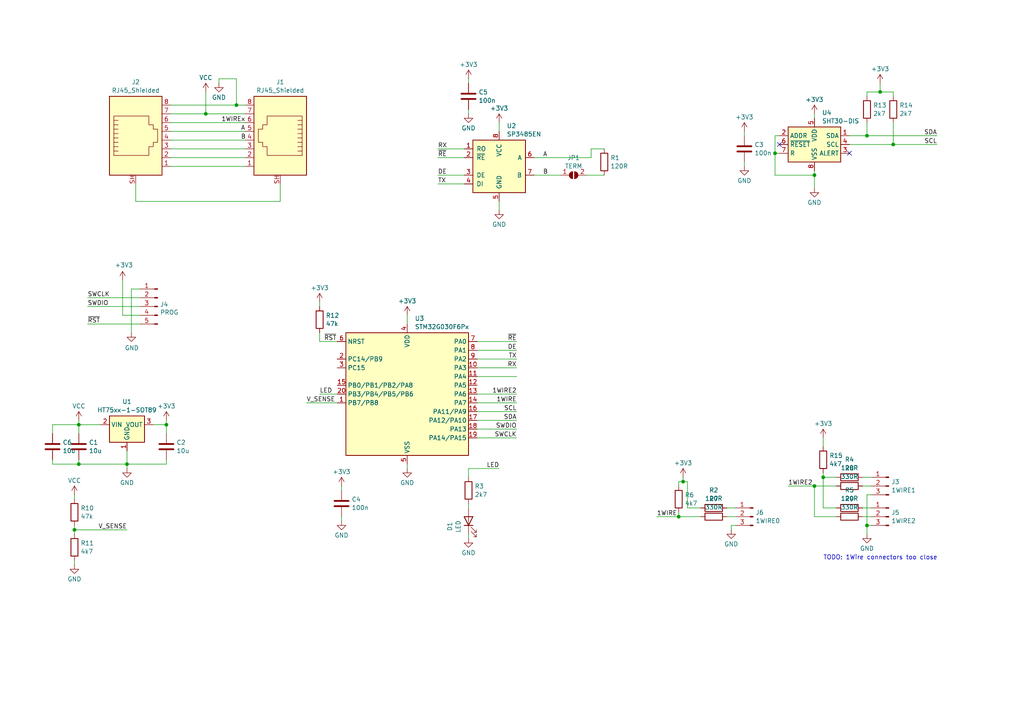
<source format=kicad_sch>
(kicad_sch (version 20230121) (generator eeschema)
  (paper "A4")
  (lib_symbols
    (symbol "Connector:Conn_01x03_Pin" (pin_names (offset 1.016) hide)
      (property "Reference" "J" (at 0 5.08 0))
      (property "Value" "Conn_01x03_Pin" (at 0 -5.08 0))
      (symbol "Conn_01x03_Pin_1_1"
        (polyline (pts (xy 1.27 -2.54) (xy 0.8636 -2.54)) (stroke (width 0.1524)))
        (polyline (pts (xy 1.27 0) (xy 0.8636 0)) (stroke (width 0.1524)))
        (polyline (pts (xy 1.27 2.54) (xy 0.8636 2.54)) (stroke (width 0.1524)))
        (rectangle (start 0.8636 -2.413) (end 0 -2.667) (stroke (width 0.1524)) (fill (type outline)))
        (rectangle (start 0.8636 0.127) (end 0 -0.127) (stroke (width 0.1524)) (fill (type outline)))
        (rectangle (start 0.8636 2.667) (end 0 2.413) (stroke (width 0.1524)) (fill (type outline)))
        (pin passive line (at 5.08 2.54 180) (length 3.81) (name "Pin_1") (number "1"))
        (pin passive line (at 5.08 0 180) (length 3.81) (name "Pin_2") (number "2"))
        (pin passive line (at 5.08 -2.54 180) (length 3.81) (name "Pin_3") (number "3"))
      )
    )
    (symbol "Connector:RJ45_Shielded" (pin_names (offset 1.016))
      (property "Reference" "J" (at -5.08 13.97 0))
      (property "Value" "RJ45_Shielded" (at 2.54 13.97 0))
      (symbol "RJ45_Shielded_0_1"
        (polyline (pts (xy -5.08 4.445) (xy -6.35 4.445)))
        (polyline (pts (xy -5.08 5.715) (xy -6.35 5.715)))
        (polyline (pts (xy -6.35 -3.175) (xy -5.08 -3.175) (xy -5.08 -3.175)))
        (polyline (pts (xy -6.35 -1.905) (xy -5.08 -1.905) (xy -5.08 -1.905)))
        (polyline (pts (xy -6.35 -0.635) (xy -5.08 -0.635) (xy -5.08 -0.635)))
        (polyline (pts (xy -6.35 0.635) (xy -5.08 0.635) (xy -5.08 0.635)))
        (polyline (pts (xy -6.35 1.905) (xy -5.08 1.905) (xy -5.08 1.905)))
        (polyline (pts (xy -5.08 3.175) (xy -6.35 3.175) (xy -6.35 3.175)))
        (polyline (pts (xy -6.35 -4.445) (xy -6.35 6.985) (xy 3.81 6.985) (xy 3.81 4.445) (xy 5.08 4.445) (xy 5.08 3.175) (xy 6.35 3.175) (xy 6.35 -0.635) (xy 5.08 -0.635) (xy 5.08 -1.905) (xy 3.81 -1.905) (xy 3.81 -4.445) (xy -6.35 -4.445) (xy -6.35 -4.445)))
        (rectangle (start 7.62 12.7) (end -7.62 -10.16) (stroke (width 0.254)) (fill (type background)))
      )
      (symbol "RJ45_Shielded_1_1"
        (pin passive line (at 10.16 -7.62 180) (length 2.54) (name "~") (number "1"))
        (pin passive line (at 10.16 -5.08 180) (length 2.54) (name "~") (number "2"))
        (pin passive line (at 10.16 -2.54 180) (length 2.54) (name "~") (number "3"))
        (pin passive line (at 10.16 0 180) (length 2.54) (name "~") (number "4"))
        (pin passive line (at 10.16 2.54 180) (length 2.54) (name "~") (number "5"))
        (pin passive line (at 10.16 5.08 180) (length 2.54) (name "~") (number "6"))
        (pin passive line (at 10.16 7.62 180) (length 2.54) (name "~") (number "7"))
        (pin passive line (at 10.16 10.16 180) (length 2.54) (name "~") (number "8"))
        (pin passive line (at 0 -12.7 90) (length 2.54) (name "~") (number "SH"))
      )
    )
    (symbol "Device:C" (pin_numbers hide) (pin_names (offset 0.254))
      (property "Reference" "C" (at 0.635 2.54 0))
      (property "Value" "C" (at 0.635 -2.54 0))
      (symbol "C_0_1"
        (polyline (pts (xy -2.032 -0.762) (xy 2.032 -0.762)) (stroke (width 0.508)))
        (polyline (pts (xy -2.032 0.762) (xy 2.032 0.762)) (stroke (width 0.508)))
      )
      (symbol "C_1_1"
        (pin passive line (at 0 3.81 270) (length 2.794) (name "~") (number "1"))
        (pin passive line (at 0 -3.81 90) (length 2.794) (name "~") (number "2"))
      )
    )
    (symbol "Device:LED" (pin_numbers hide) (pin_names (offset 1.016) hide)
      (property "Reference" "D" (at 0 2.54 0))
      (property "Value" "LED" (at 0 -2.54 0))
      (symbol "LED_0_1"
        (polyline (pts (xy -1.27 -1.27) (xy -1.27 1.27)) (stroke (width 0.254)))
        (polyline (pts (xy -1.27 0) (xy 1.27 0)))
        (polyline (pts (xy 1.27 -1.27) (xy 1.27 1.27) (xy -1.27 0) (xy 1.27 -1.27)) (stroke (width 0.254)))
        (polyline (pts (xy -3.048 -0.762) (xy -4.572 -2.286) (xy -3.81 -2.286) (xy -4.572 -2.286) (xy -4.572 -1.524)))
        (polyline (pts (xy -1.778 -0.762) (xy -3.302 -2.286) (xy -2.54 -2.286) (xy -3.302 -2.286) (xy -3.302 -1.524)))
      )
      (symbol "LED_1_1"
        (pin passive line (at -3.81 0 0) (length 2.54) (name "K") (number "1"))
        (pin passive line (at 3.81 0 180) (length 2.54) (name "A") (number "2"))
      )
    )
    (symbol "Device:R" (pin_numbers hide) (pin_names (offset 0))
      (property "Reference" "R" (at 2.032 0 90))
      (property "Value" "R" (at 0 0 90))
      (symbol "R_0_1"
        (rectangle (start -1.016 -2.54) (end 1.016 2.54) (stroke (width 0.254)))
      )
      (symbol "R_1_1"
        (pin passive line (at 0 3.81 270) (length 1.27) (name "~") (number "1"))
        (pin passive line (at 0 -3.81 90) (length 1.27) (name "~") (number "2"))
      )
    )
    (symbol "Interface_UART:SP3485EN" (pin_names (offset 1.016))
      (property "Reference" "U" (at -7.62 8.89 0))
      (property "Value" "SP3485EN" (at 2.54 8.89 0))
      (symbol "SP3485EN_0_1"
        (rectangle (start -7.62 7.62) (end 7.62 -7.62) (stroke (width 0.254)) (fill (type background)))
      )
      (symbol "SP3485EN_1_1"
        (pin output line (at -10.16 5.08 0) (length 2.54) (name "RO") (number "1"))
        (pin input line (at -10.16 2.54 0) (length 2.54) (name "~{RE}") (number "2"))
        (pin input line (at -10.16 -2.54 0) (length 2.54) (name "DE") (number "3"))
        (pin input line (at -10.16 -5.08 0) (length 2.54) (name "DI") (number "4"))
        (pin power_in line (at 0 -10.16 90) (length 2.54) (name "GND") (number "5"))
        (pin bidirectional line (at 10.16 2.54 180) (length 2.54) (name "A") (number "6"))
        (pin bidirectional line (at 10.16 -2.54 180) (length 2.54) (name "B") (number "7"))
        (pin power_in line (at 0 10.16 270) (length 2.54) (name "VCC") (number "8"))
      )
    )
    (symbol "Jumper:SolderJumper_2_Open" (pin_names (offset 0) hide)
      (property "Reference" "JP" (at 0 2.032 0))
      (property "Value" "SolderJumper_2_Open" (at 0 -2.54 0))
      (symbol "SolderJumper_2_Open_0_1"
        (arc (start -0.254 1.016) (mid -1.2656 0) (end -0.254 -1.016))
        (arc (start -0.254 1.016) (mid -1.2656 0) (end -0.254 -1.016) (fill (type outline)))
        (polyline (pts (xy -0.254 1.016) (xy -0.254 -1.016)))
        (polyline (pts (xy 0.254 1.016) (xy 0.254 -1.016)))
        (arc (start 0.254 -1.016) (mid 1.2656 0) (end 0.254 1.016))
        (arc (start 0.254 -1.016) (mid 1.2656 0) (end 0.254 1.016) (fill (type outline)))
      )
      (symbol "SolderJumper_2_Open_1_1"
        (pin passive line (at -3.81 0 0) (length 2.54) (name "A") (number "1"))
        (pin passive line (at 3.81 0 180) (length 2.54) (name "B") (number "2"))
      )
    )
    (symbol "LED_driver2-rescue:Conn_01x05_Male-Connector" (pin_names (offset 1.016) hide)
      (property "Reference" "J" (at 0 7.62 0))
      (property "Value" "Connector_Conn_01x05_Male" (at 0 -7.62 0))
      (symbol "Conn_01x05_Male-Connector_1_1"
        (polyline (pts (xy 1.27 -5.08) (xy 0.8636 -5.08)) (stroke (width 0.1524)))
        (polyline (pts (xy 1.27 -2.54) (xy 0.8636 -2.54)) (stroke (width 0.1524)))
        (polyline (pts (xy 1.27 0) (xy 0.8636 0)) (stroke (width 0.1524)))
        (polyline (pts (xy 1.27 2.54) (xy 0.8636 2.54)) (stroke (width 0.1524)))
        (polyline (pts (xy 1.27 5.08) (xy 0.8636 5.08)) (stroke (width 0.1524)))
        (rectangle (start 0.8636 -4.953) (end 0 -5.207) (stroke (width 0.1524)) (fill (type outline)))
        (rectangle (start 0.8636 -2.413) (end 0 -2.667) (stroke (width 0.1524)) (fill (type outline)))
        (rectangle (start 0.8636 0.127) (end 0 -0.127) (stroke (width 0.1524)) (fill (type outline)))
        (rectangle (start 0.8636 2.667) (end 0 2.413) (stroke (width 0.1524)) (fill (type outline)))
        (rectangle (start 0.8636 5.207) (end 0 4.953) (stroke (width 0.1524)) (fill (type outline)))
        (pin passive line (at 5.08 5.08 180) (length 3.81) (name "Pin_1") (number "1"))
        (pin passive line (at 5.08 2.54 180) (length 3.81) (name "Pin_2") (number "2"))
        (pin passive line (at 5.08 0 180) (length 3.81) (name "Pin_3") (number "3"))
        (pin passive line (at 5.08 -2.54 180) (length 3.81) (name "Pin_4") (number "4"))
        (pin passive line (at 5.08 -5.08 180) (length 3.81) (name "Pin_5") (number "5"))
      )
    )
    (symbol "MCU_ST_STM32G0:STM32G030F6Px"
      (property "Reference" "U" (at -17.78 19.05 0))
      (property "Value" "STM32G030F6Px" (at 2.54 19.05 0))
      (symbol "STM32G030F6Px_0_1"
        (rectangle (start -17.78 -17.78) (end 17.78 17.78) (stroke (width 0.254)) (fill (type background)))
      )
      (symbol "STM32G030F6Px_1_1"
        (pin bidirectional line (at -20.32 -2.54 0) (length 2.54) (name "PB7/PB8") (number "1"))
        (pin bidirectional line (at 20.32 7.62 180) (length 2.54) (name "PA3") (number "10"))
        (pin bidirectional line (at 20.32 5.08 180) (length 2.54) (name "PA4") (number "11"))
        (pin bidirectional line (at 20.32 2.54 180) (length 2.54) (name "PA5") (number "12"))
        (pin bidirectional line (at 20.32 0 180) (length 2.54) (name "PA6") (number "13"))
        (pin bidirectional line (at 20.32 -2.54 180) (length 2.54) (name "PA7") (number "14"))
        (pin bidirectional line (at -20.32 2.54 0) (length 2.54) (name "PB0/PB1/PB2/PA8") (number "15"))
        (pin bidirectional line (at 20.32 -5.08 180) (length 2.54) (name "PA11/PA9") (number "16"))
        (pin bidirectional line (at 20.32 -7.62 180) (length 2.54) (name "PA12/PA10") (number "17"))
        (pin bidirectional line (at 20.32 -10.16 180) (length 2.54) (name "PA13") (number "18"))
        (pin bidirectional line (at 20.32 -12.7 180) (length 2.54) (name "PA14/PA15") (number "19"))
        (pin bidirectional line (at -20.32 10.16 0) (length 2.54) (name "PC14/PB9") (number "2"))
        (pin bidirectional line (at -20.32 0 0) (length 2.54) (name "PB3/PB4/PB5/PB6") (number "20"))
        (pin bidirectional line (at -20.32 7.62 0) (length 2.54) (name "PC15") (number "3"))
        (pin power_in line (at 0 20.32 270) (length 2.54) (name "VDD") (number "4"))
        (pin power_in line (at 0 -20.32 90) (length 2.54) (name "VSS") (number "5"))
        (pin input line (at -20.32 15.24 0) (length 2.54) (name "NRST") (number "6"))
        (pin bidirectional line (at 20.32 15.24 180) (length 2.54) (name "PA0") (number "7"))
        (pin bidirectional line (at 20.32 12.7 180) (length 2.54) (name "PA1") (number "8"))
        (pin bidirectional line (at 20.32 10.16 180) (length 2.54) (name "PA2") (number "9"))
      )
    )
    (symbol "Regulator_Linear:HT75xx-1-SOT89"
      (property "Reference" "U" (at -5.08 -3.81 0))
      (property "Value" "HT75xx-1-SOT89" (at 0 6.35 0))
      (symbol "HT75xx-1-SOT89_0_1"
        (rectangle (start -5.08 5.08) (end 5.08 -2.54) (stroke (width 0.254)) (fill (type background)))
      )
      (symbol "HT75xx-1-SOT89_1_1"
        (pin power_in line (at 0 -5.08 90) (length 2.54) (name "GND") (number "1"))
        (pin power_in line (at -7.62 2.54 0) (length 2.54) (name "VIN") (number "2"))
        (pin power_out line (at 7.62 2.54 180) (length 2.54) (name "VOUT") (number "3"))
      )
    )
    (symbol "Sensor_Humidity:SHT30-DIS"
      (property "Reference" "U" (at -6.35 6.35 0))
      (property "Value" "SHT30-DIS" (at 6.35 6.35 0))
      (symbol "SHT30-DIS_0_1"
        (rectangle (start -7.62 5.08) (end 7.62 -5.08) (stroke (width 0.254)) (fill (type background)))
      )
      (symbol "SHT30-DIS_1_1"
        (pin bidirectional line (at 10.16 2.54 180) (length 2.54) (name "SDA") (number "1"))
        (pin input line (at -10.16 2.54 0) (length 2.54) (name "ADDR") (number "2"))
        (pin output line (at 10.16 -2.54 180) (length 2.54) (name "ALERT") (number "3"))
        (pin input line (at 10.16 0 180) (length 2.54) (name "SCL") (number "4"))
        (pin power_in line (at 0 7.62 270) (length 2.54) (name "VDD") (number "5"))
        (pin input line (at -10.16 0 0) (length 2.54) (name "~{RESET}") (number "6"))
        (pin passive line (at -10.16 -2.54 0) (length 2.54) (name "R") (number "7"))
        (pin power_in line (at 0 -7.62 90) (length 2.54) (name "VSS") (number "8"))
        (pin passive line (at 0 -7.62 90) (length 2.54) hide (name "VSS") (number "9"))
      )
    )
    (symbol "power:+3V3" (power) (pin_names (offset 0))
      (property "Value" "+3V3" (at 0 3.556 0))
      (symbol "+3V3_0_1"
        (polyline (pts (xy -0.762 1.27) (xy 0 2.54)))
        (polyline (pts (xy 0 0) (xy 0 2.54)))
        (polyline (pts (xy 0 2.54) (xy 0.762 1.27)))
      )
      (symbol "+3V3_1_1"
        (pin power_in line (at 0 0 90) (length 0) hide (name "+3V3") (number "1"))
      )
    )
    (symbol "power:GND" (power) (pin_names (offset 0))
      (property "Value" "GND" (at 0 -3.81 0))
      (symbol "GND_0_1"
        (polyline (pts (xy 0 0) (xy 0 -1.27) (xy 1.27 -1.27) (xy 0 -2.54) (xy -1.27 -1.27) (xy 0 -1.27)))
      )
      (symbol "GND_1_1"
        (pin power_in line (at 0 0 270) (length 0) hide (name "GND") (number "1"))
      )
    )
    (symbol "power:VCC" (power) (pin_names (offset 0))
      (property "Value" "VCC" (at 0 3.81 0))
      (symbol "VCC_0_1"
        (polyline (pts (xy -0.762 1.27) (xy 0 2.54)))
        (polyline (pts (xy 0 0) (xy 0 2.54)))
        (polyline (pts (xy 0 2.54) (xy 0.762 1.27)))
      )
      (symbol "VCC_1_1"
        (pin power_in line (at 0 0 90) (length 0) hide (name "VCC") (number "1"))
      )
    )
  )
  (junction (at 259.08 41.91))
  (junction (at 238.76 138.43))
  (junction (at 48.26 123.19))
  (junction (at 236.22 50.8))
  (junction (at 22.86 123.19))
  (junction (at 59.69 33.02))
  (junction (at 36.83 134.62))
  (junction (at 68.58 30.48))
  (junction (at 198.12 139.7))
  (junction (at 255.27 26.67))
  (junction (at 251.46 39.37))
  (junction (at 196.85 149.86))
  (junction (at 236.22 140.97))
  (junction (at 251.46 152.4))
  (junction (at 21.59 153.67))
  (junction (at 224.79 44.45))
  (junction (at 22.86 134.62))
  (no_connect (at 246.38 44.45))
  (no_connect (at 226.06 41.91))
  (wire (pts (xy 250.19 147.32) (xy 252.73 147.32)))
  (wire (pts (xy 238.76 127) (xy 238.76 129.54)))
  (wire (pts (xy 22.86 123.19) (xy 22.86 125.73)))
  (wire (pts (xy 210.82 149.86) (xy 213.36 149.86)))
  (wire (pts (xy 170.18 50.8) (xy 175.26 50.8)))
  (wire (pts (xy 138.43 104.14) (xy 149.86 104.14)))
  (wire (pts (xy 224.79 50.8) (xy 236.22 50.8)))
  (wire (pts (xy 242.57 147.32) (xy 238.76 147.32)))
  (wire (pts (xy 38.1 83.82) (xy 38.1 96.52)))
  (wire (pts (xy 251.46 143.51) (xy 252.73 143.51)))
  (wire (pts (xy 190.5 149.86) (xy 196.85 149.86)))
  (wire (pts (xy 138.43 101.6) (xy 149.86 101.6)))
  (wire (pts (xy 224.79 39.37) (xy 224.79 44.45)))
  (wire (pts (xy 44.45 123.19) (xy 48.26 123.19)))
  (wire (pts (xy 22.86 134.62) (xy 36.83 134.62)))
  (wire (pts (xy 127 50.8) (xy 134.62 50.8)))
  (wire (pts (xy 48.26 123.19) (xy 48.26 125.73)))
  (wire (pts (xy 138.43 119.38) (xy 149.86 119.38)))
  (wire (pts (xy 22.86 134.62) (xy 15.24 134.62)))
  (wire (pts (xy 36.83 130.81) (xy 36.83 134.62)))
  (wire (pts (xy 127 43.18) (xy 134.62 43.18)))
  (wire (pts (xy 40.64 86.36) (xy 25.4 86.36)))
  (wire (pts (xy 236.22 50.8) (xy 236.22 54.61)))
  (wire (pts (xy 21.59 143.51) (xy 21.59 144.78)))
  (wire (pts (xy 21.59 162.56) (xy 21.59 163.83)))
  (wire (pts (xy 118.11 91.44) (xy 118.11 93.98)))
  (wire (pts (xy 135.89 31.75) (xy 135.89 33.02)))
  (wire (pts (xy 246.38 41.91) (xy 259.08 41.91)))
  (wire (pts (xy 212.09 152.4) (xy 212.09 153.67)))
  (wire (pts (xy 236.22 149.86) (xy 236.22 140.97)))
  (wire (pts (xy 242.57 140.97) (xy 236.22 140.97)))
  (wire (pts (xy 138.43 121.92) (xy 149.86 121.92)))
  (wire (pts (xy 127 53.34) (xy 134.62 53.34)))
  (wire (pts (xy 255.27 24.13) (xy 255.27 26.67)))
  (wire (pts (xy 35.56 91.44) (xy 40.64 91.44)))
  (wire (pts (xy 138.43 114.3) (xy 149.86 114.3)))
  (wire (pts (xy 154.94 45.72) (xy 171.45 45.72)))
  (wire (pts (xy 199.39 147.32) (xy 203.2 147.32)))
  (wire (pts (xy 236.22 33.02) (xy 236.22 34.29)))
  (wire (pts (xy 21.59 152.4) (xy 21.59 153.67)))
  (wire (pts (xy 135.89 154.94) (xy 135.89 156.21)))
  (wire (pts (xy 48.26 133.35) (xy 48.26 134.62)))
  (wire (pts (xy 199.39 139.7) (xy 199.39 147.32)))
  (wire (pts (xy 228.6 140.97) (xy 236.22 140.97)))
  (wire (pts (xy 49.53 38.1) (xy 71.12 38.1)))
  (wire (pts (xy 255.27 26.67) (xy 259.08 26.67)))
  (wire (pts (xy 259.08 41.91) (xy 271.78 41.91)))
  (wire (pts (xy 242.57 149.86) (xy 236.22 149.86)))
  (wire (pts (xy 21.59 153.67) (xy 36.83 153.67)))
  (wire (pts (xy 251.46 39.37) (xy 271.78 39.37)))
  (wire (pts (xy 135.89 138.43) (xy 135.89 135.89)))
  (wire (pts (xy 92.71 99.06) (xy 97.79 99.06)))
  (wire (pts (xy 215.9 38.1) (xy 215.9 39.37)))
  (wire (pts (xy 226.06 39.37) (xy 224.79 39.37)))
  (wire (pts (xy 22.86 121.92) (xy 22.86 123.19)))
  (wire (pts (xy 40.64 83.82) (xy 38.1 83.82)))
  (wire (pts (xy 251.46 152.4) (xy 251.46 154.94)))
  (wire (pts (xy 196.85 140.97) (xy 196.85 139.7)))
  (wire (pts (xy 238.76 138.43) (xy 238.76 137.16)))
  (wire (pts (xy 40.64 93.98) (xy 25.4 93.98)))
  (wire (pts (xy 63.5 22.86) (xy 68.58 22.86)))
  (wire (pts (xy 246.38 39.37) (xy 251.46 39.37)))
  (wire (pts (xy 135.89 146.05) (xy 135.89 147.32)))
  (wire (pts (xy 22.86 123.19) (xy 29.21 123.19)))
  (wire (pts (xy 198.12 138.43) (xy 198.12 139.7)))
  (wire (pts (xy 49.53 30.48) (xy 68.58 30.48)))
  (wire (pts (xy 39.37 58.42) (xy 81.28 58.42)))
  (wire (pts (xy 154.94 50.8) (xy 162.56 50.8)))
  (wire (pts (xy 138.43 99.06) (xy 149.86 99.06)))
  (wire (pts (xy 15.24 123.19) (xy 22.86 123.19)))
  (wire (pts (xy 88.9 116.84) (xy 97.79 116.84)))
  (wire (pts (xy 36.83 134.62) (xy 48.26 134.62)))
  (wire (pts (xy 63.5 24.13) (xy 63.5 22.86)))
  (wire (pts (xy 15.24 125.73) (xy 15.24 123.19)))
  (wire (pts (xy 171.45 45.72) (xy 171.45 43.18)))
  (wire (pts (xy 68.58 30.48) (xy 71.12 30.48)))
  (wire (pts (xy 171.45 43.18) (xy 175.26 43.18)))
  (wire (pts (xy 224.79 44.45) (xy 224.79 50.8)))
  (wire (pts (xy 48.26 123.19) (xy 48.26 121.92)))
  (wire (pts (xy 196.85 139.7) (xy 198.12 139.7)))
  (wire (pts (xy 81.28 58.42) (xy 81.28 53.34)))
  (wire (pts (xy 49.53 43.18) (xy 71.12 43.18)))
  (wire (pts (xy 138.43 106.68) (xy 149.86 106.68)))
  (wire (pts (xy 138.43 124.46) (xy 149.86 124.46)))
  (wire (pts (xy 92.71 96.52) (xy 92.71 99.06)))
  (wire (pts (xy 118.11 134.62) (xy 118.11 135.89)))
  (wire (pts (xy 251.46 27.94) (xy 251.46 26.67)))
  (wire (pts (xy 36.83 134.62) (xy 36.83 135.89)))
  (wire (pts (xy 92.71 87.63) (xy 92.71 88.9)))
  (wire (pts (xy 138.43 116.84) (xy 149.86 116.84)))
  (wire (pts (xy 259.08 35.56) (xy 259.08 41.91)))
  (wire (pts (xy 99.06 140.97) (xy 99.06 142.24)))
  (wire (pts (xy 49.53 48.26) (xy 71.12 48.26)))
  (wire (pts (xy 251.46 26.67) (xy 255.27 26.67)))
  (wire (pts (xy 252.73 140.97) (xy 250.19 140.97)))
  (wire (pts (xy 213.36 152.4) (xy 212.09 152.4)))
  (wire (pts (xy 238.76 147.32) (xy 238.76 138.43)))
  (wire (pts (xy 49.53 33.02) (xy 59.69 33.02)))
  (wire (pts (xy 259.08 26.67) (xy 259.08 27.94)))
  (wire (pts (xy 35.56 81.28) (xy 35.56 91.44)))
  (wire (pts (xy 242.57 138.43) (xy 238.76 138.43)))
  (wire (pts (xy 59.69 26.67) (xy 59.69 33.02)))
  (wire (pts (xy 144.78 35.56) (xy 144.78 38.1)))
  (wire (pts (xy 99.06 149.86) (xy 99.06 151.13)))
  (wire (pts (xy 251.46 143.51) (xy 251.46 152.4)))
  (wire (pts (xy 196.85 149.86) (xy 203.2 149.86)))
  (wire (pts (xy 21.59 153.67) (xy 21.59 154.94)))
  (wire (pts (xy 252.73 149.86) (xy 250.19 149.86)))
  (wire (pts (xy 196.85 148.59) (xy 196.85 149.86)))
  (wire (pts (xy 22.86 133.35) (xy 22.86 134.62)))
  (wire (pts (xy 138.43 127) (xy 149.86 127)))
  (wire (pts (xy 210.82 147.32) (xy 213.36 147.32)))
  (wire (pts (xy 49.53 35.56) (xy 71.12 35.56)))
  (wire (pts (xy 251.46 152.4) (xy 252.73 152.4)))
  (wire (pts (xy 251.46 35.56) (xy 251.46 39.37)))
  (wire (pts (xy 236.22 49.53) (xy 236.22 50.8)))
  (wire (pts (xy 68.58 22.86) (xy 68.58 30.48)))
  (wire (pts (xy 138.43 109.22) (xy 149.86 109.22)))
  (wire (pts (xy 39.37 53.34) (xy 39.37 58.42)))
  (wire (pts (xy 15.24 134.62) (xy 15.24 133.35)))
  (wire (pts (xy 250.19 138.43) (xy 252.73 138.43)))
  (wire (pts (xy 49.53 45.72) (xy 71.12 45.72)))
  (wire (pts (xy 40.64 88.9) (xy 25.4 88.9)))
  (wire (pts (xy 127 45.72) (xy 134.62 45.72)))
  (wire (pts (xy 135.89 135.89) (xy 144.78 135.89)))
  (wire (pts (xy 92.71 114.3) (xy 97.79 114.3)))
  (wire (pts (xy 198.12 139.7) (xy 199.39 139.7)))
  (wire (pts (xy 144.78 58.42) (xy 144.78 60.96)))
  (wire (pts (xy 215.9 46.99) (xy 215.9 48.26)))
  (wire (pts (xy 226.06 44.45) (xy 224.79 44.45)))
  (wire (pts (xy 135.89 22.86) (xy 135.89 24.13)))
  (wire (pts (xy 49.53 40.64) (xy 71.12 40.64)))
  (wire (pts (xy 59.69 33.02) (xy 71.12 33.02)))
  (text "TODO: 1Wire connectors too close" (at 238.76 162.56 0) (effects (font (size 1.27 1.27)) (justify left bottom)))
  (label "B" (at 157.48 50.8 0))
  (label "A" (at 157.48 45.72 0))
  (label "SWDIO" (at 25.4 88.9 0))
  (label "A" (at 69.85 38.1 0))
  (label "RX" (at 149.86 106.68 180))
  (label "SCL" (at 149.86 119.38 180))
  (label "1WIREx" (at 71.12 35.56 180))
  (label "1WIRE" (at 149.86 116.84 180))
  (label "~{RST}" (at 25.4 93.98 0))
  (label "RX" (at 127 43.18 0))
  (label "SCL" (at 271.78 41.91 180))
  (label "TX" (at 127 53.34 0))
  (label "SWDIO" (at 149.86 124.46 180))
  (label "V_SENSE" (at 36.83 153.67 180))
  (label "~{RE}" (at 127 45.72 0))
  (label "1WIRE2" (at 228.6 140.97 0))
  (label "DE" (at 127 50.8 0))
  (label "DE" (at 149.86 101.6 180))
  (label "V_SENSE" (at 88.9 116.84 0))
  (label "SDA" (at 149.86 121.92 180))
  (label "LED" (at 92.71 114.3 0))
  (label "TX" (at 149.86 104.14 180))
  (label "~{RE}" (at 149.86 99.06 180))
  (label "SWCLK" (at 149.86 127 180))
  (label "1WIRE2" (at 149.86 114.3 180))
  (label "SWCLK" (at 25.4 86.36 0))
  (label "1WIRE" (at 190.5 149.86 0))
  (label "SDA" (at 271.78 39.37 180))
  (label "LED" (at 144.78 135.89 180))
  (label "~{RST}" (at 93.98 99.06 0))
  (label "B" (at 69.85 40.64 0))
  (symbol (lib_id "power:+3V3") (at 118.11 91.44 0) (unit 1)
    (property "Reference" "#PWR06" (effects hide))
    (property "Value" "+3V3" (at 118.11 87.3069 0))
  )
  (symbol (lib_id "Connector:RJ45_Shielded") (at 39.37 40.64 0) (unit 1)
    (property "Reference" "J2" (at 39.37 23.7957 0))
    (property "Value" "RJ45_Shielded" (at 39.37 26.2199 0))
    (property "Footprint" "meteopress_footprints:RJJS-88-A22-E1V" (effects hide))
  )
  (symbol (lib_id "Device:R") (at 92.71 92.71 0) (unit 1)
    (property "Reference" "R12" (at 94.488 91.4979 0) (effects (justify left)))
    (property "Value" "47k" (at 94.488 93.9221 0) (effects (justify left)))
    (property "Footprint" "Resistor_SMD:R_0603_1608Metric" (effects hide))
    (property "LCSC" "C25819" (effects hide))
  )
  (symbol (lib_id "power:+3V3") (at 92.71 87.63 0) (unit 1)
    (property "Reference" "#PWR023" (effects hide))
    (property "Value" "+3V3" (at 92.71 83.4969 0))
  )
  (symbol (lib_id "Device:R") (at 175.26 46.99 0) (unit 1)
    (property "Reference" "R1" (at 177.038 45.7779 0) (effects (justify left)))
    (property "Value" "120R" (at 177.038 48.2021 0) (effects (justify left)))
    (property "Footprint" "Resistor_SMD:R_0603_1608Metric" (effects hide))
    (property "LCSC" "C22787" (effects hide))
  )
  (symbol (lib_id "Device:R") (at 135.89 142.24 180) (unit 1)
    (property "Reference" "R3" (at 137.668 141.0279 0) (effects (justify right)))
    (property "Value" "2k7" (at 137.668 143.4521 0) (effects (justify right)))
    (property "Footprint" "Resistor_SMD:R_0603_1608Metric" (effects hide))
    (property "LCSC" "C13167" (effects hide))
  )
  (symbol (lib_id "Device:R") (at 251.46 31.75 180) (unit 1)
    (property "Reference" "R13" (at 253.238 30.5379 0) (effects (justify right)))
    (property "Value" "2k7" (at 253.238 32.9621 0) (effects (justify right)))
    (property "Footprint" "Resistor_SMD:R_0603_1608Metric" (effects hide))
    (property "LCSC" "C13167" (effects hide))
  )
  (symbol (lib_id "power:GND") (at 38.1 96.52 0) (unit 1)
    (property "Reference" "#PWR018" (effects hide))
    (property "Value" "GND" (at 38.227 100.9142 0))
  )
  (symbol (lib_id "power:+3V3") (at 198.12 138.43 0) (unit 1)
    (property "Reference" "#PWR015" (effects hide))
    (property "Value" "+3V3" (at 198.12 134.2969 0))
  )
  (symbol (lib_id "Connector:Conn_01x03_Pin") (at 218.44 149.86 0) (mirror y) (unit 1)
    (property "Reference" "J6" (at 219.1512 148.6479 0) (effects (justify right)))
    (property "Value" "1WIRE0" (at 219.1512 151.0721 0) (effects (justify right)))
    (property "Footprint" "meteopress_footprints:15EDGVC-2.5-03P-14" (effects hide))
  )
  (symbol (lib_id "Connector:Conn_01x03_Pin") (at 257.81 149.86 0) (mirror y) (unit 1)
    (property "Reference" "J5" (at 258.5212 148.6479 0) (effects (justify right)))
    (property "Value" "1WIRE2" (at 258.5212 151.0721 0) (effects (justify right)))
    (property "Footprint" "meteopress_footprints:15EDGVC-2.5-03P-14" (effects hide))
  )
  (symbol (lib_id "power:GND") (at 135.89 33.02 0) (unit 1)
    (property "Reference" "#PWR014" (effects hide))
    (property "Value" "GND" (at 135.89 37.1531 0))
  )
  (symbol (lib_id "Regulator_Linear:HT75xx-1-SOT89") (at 36.83 125.73 0) (unit 1)
    (property "Reference" "U1" (at 36.83 116.5057 0))
    (property "Value" "HT75xx-1-SOT89" (at 36.83 118.9299 0))
    (property "Footprint" "Package_TO_SOT_SMD:SOT-89-3" (effects hide))
    (property "Datasheet" "https://www.holtek.com/documents/10179/116711/HT75xx-1v250.pdf" (effects hide))
    (property "LCSC" "C14289" (effects hide))
    (property "JLCPCB_CORRECTION" "0;0;180" (effects hide))
  )
  (symbol (lib_id "Sensor_Humidity:SHT30-DIS") (at 236.22 41.91 0) (unit 1)
    (property "Reference" "U4" (at 238.4141 32.6857 0) (effects (justify left)))
    (property "Value" "SHT30-DIS" (at 238.4141 35.1099 0) (effects (justify left)))
    (property "Footprint" "Sensor_Humidity:Sensirion_DFN-8-1EP_2.5x2.5mm_P0.5mm_EP1.1x1.7mm" (effects hide))
    (property "Datasheet" "https://www.sensirion.com/fileadmin/user_upload/customers/sensirion/Dokumente/2_Humidity_Sensors/Datasheets/Sensirion_Humidity_Sensors_SHT3x_Datasheet_digital.pdf" (effects hide))
    (property "LCSC" "C77361" (effects hide))
    (property "JLCPCB_CORRECTION" "0;0;270" (effects hide))
  )
  (symbol (lib_id "Jumper:SolderJumper_2_Open") (at 166.37 50.8 0) (unit 1)
    (property "Reference" "JP1" (at 166.37 45.7667 0))
    (property "Value" "TERM" (at 166.37 48.1909 0))
    (property "Footprint" "Jumper:SolderJumper-2_P1.3mm_Open_TrianglePad1.0x1.5mm" (effects hide))
  )
  (symbol (lib_id "power:+3V3") (at 144.78 35.56 0) (unit 1)
    (property "Reference" "#PWR08" (effects hide))
    (property "Value" "+3V3" (at 144.78 31.4269 0))
  )
  (symbol (lib_id "power:GND") (at 251.46 154.94 0) (unit 1)
    (property "Reference" "#PWR016" (effects hide))
    (property "Value" "GND" (at 251.46 159.0731 0))
  )
  (symbol (lib_id "Device:R") (at 207.01 149.86 90) (unit 1)
    (property "Reference" "R7" (at 207.01 144.6997 90))
    (property "Value" "330R" (at 207.01 147.1239 90))
    (property "Footprint" "Resistor_SMD:R_0603_1608Metric" (effects hide))
    (property "LCSC" "C23138" (effects hide))
  )
  (symbol (lib_id "power:+3V3") (at 35.56 81.28 0) (unit 1)
    (property "Reference" "#PWR017" (effects hide))
    (property "Value" "+3V3" (at 35.941 76.8858 0))
  )
  (symbol (lib_id "power:GND") (at 63.5 24.13 0) (unit 1)
    (property "Reference" "#PWR01" (effects hide))
    (property "Value" "GND" (at 63.5 28.2631 0))
  )
  (symbol (lib_id "Device:C") (at 22.86 129.54 0) (unit 1)
    (property "Reference" "C1" (at 25.781 128.3279 0) (effects (justify left)))
    (property "Value" "10u" (at 25.781 130.7521 0) (effects (justify left)))
    (property "Footprint" "Capacitor_SMD:C_0805_2012Metric" (effects hide))
    (property "LCSC" "C440198" (effects hide))
  )
  (symbol (lib_id "power:+3V3") (at 48.26 121.92 0) (unit 1)
    (property "Reference" "#PWR05" (effects hide))
    (property "Value" "+3V3" (at 48.26 117.7869 0))
  )
  (symbol (lib_id "power:+3V3") (at 255.27 24.13 0) (unit 1)
    (property "Reference" "#PWR024" (effects hide))
    (property "Value" "+3V3" (at 255.27 19.9969 0))
  )
  (symbol (lib_id "Device:LED") (at 135.89 151.13 90) (unit 1)
    (property "Reference" "D1" (at 130.4757 152.7175 0))
    (property "Value" "LED" (at 132.8999 152.7175 0))
    (property "Footprint" "LED_SMD:LED_0603_1608Metric" (effects hide))
    (property "LCSC" "C72043" (effects hide))
  )
  (symbol (lib_id "Device:R") (at 246.38 147.32 90) (unit 1)
    (property "Reference" "R5" (at 246.38 142.1597 90))
    (property "Value" "120R" (at 246.38 144.5839 90))
    (property "Footprint" "Resistor_SMD:R_0603_1608Metric" (effects hide))
    (property "LCSC" "C22787" (effects hide))
  )
  (symbol (lib_id "MCU_ST_STM32G0:STM32G030F6Px") (at 118.11 114.3 0) (unit 1)
    (property "Reference" "U3" (at 120.3041 92.3757 0) (effects (justify left)))
    (property "Value" "STM32G030F6Px" (at 120.3041 94.7999 0) (effects (justify left)))
    (property "Footprint" "Package_SO:TSSOP-20_4.4x6.5mm_P0.65mm" (effects hide))
    (property "Datasheet" "https://www.st.com/resource/en/datasheet/stm32g030f6.pdf" (effects hide))
    (property "LCSC" " C529330" (effects hide))
    (property "JLCPCB_CORRECTION" "0;0;270" (effects hide))
  )
  (symbol (lib_id "Device:R") (at 246.38 140.97 90) (unit 1)
    (property "Reference" "R8" (at 246.38 135.8097 90))
    (property "Value" "330R" (at 246.38 138.2339 90))
    (property "Footprint" "Resistor_SMD:R_0603_1608Metric" (effects hide))
    (property "LCSC" "C23138" (effects hide))
  )
  (symbol (lib_id "power:+3V3") (at 236.22 33.02 0) (unit 1)
    (property "Reference" "#PWR022" (effects hide))
    (property "Value" "+3V3" (at 236.22 28.8869 0))
  )
  (symbol (lib_id "Device:C") (at 135.89 27.94 0) (unit 1)
    (property "Reference" "C5" (at 138.811 26.7279 0) (effects (justify left)))
    (property "Value" "100n" (at 138.811 29.1521 0) (effects (justify left)))
    (property "Footprint" "Capacitor_SMD:C_0603_1608Metric" (effects hide))
    (property "LCSC" "C14663" (effects hide))
  )
  (symbol (lib_id "power:+3V3") (at 99.06 140.97 0) (unit 1)
    (property "Reference" "#PWR011" (effects hide))
    (property "Value" "+3V3" (at 99.06 136.8369 0))
  )
  (symbol (lib_id "Connector:RJ45_Shielded") (at 81.28 40.64 0) (mirror y) (unit 1)
    (property "Reference" "J1" (at 81.28 23.7957 0))
    (property "Value" "RJ45_Shielded" (at 81.28 26.2199 0))
    (property "Footprint" "meteopress_footprints:RJJS-88-A22-E1V" (effects hide))
  )
  (symbol (lib_id "power:+3V3") (at 215.9 38.1 0) (unit 1)
    (property "Reference" "#PWR025" (effects hide))
    (property "Value" "+3V3" (at 215.9 33.9669 0))
  )
  (symbol (lib_id "power:VCC") (at 59.69 26.67 0) (unit 1)
    (property "Reference" "#PWR02" (effects hide))
    (property "Value" "VCC" (at 59.69 22.5369 0))
  )
  (symbol (lib_id "Device:R") (at 21.59 158.75 180) (unit 1)
    (property "Reference" "R11" (at 23.368 157.5379 0) (effects (justify right)))
    (property "Value" "4k7" (at 23.368 159.9621 0) (effects (justify right)))
    (property "Footprint" "Resistor_SMD:R_0603_1608Metric" (effects hide))
    (property "LCSC" "C23162" (effects hide))
  )
  (symbol (lib_id "Device:C") (at 99.06 146.05 0) (unit 1)
    (property "Reference" "C4" (at 101.981 144.8379 0) (effects (justify left)))
    (property "Value" "100n" (at 101.981 147.2621 0) (effects (justify left)))
    (property "Footprint" "Capacitor_SMD:C_0603_1608Metric" (effects hide))
    (property "LCSC" "C14663" (effects hide))
  )
  (symbol (lib_id "Device:R") (at 207.01 147.32 90) (unit 1)
    (property "Reference" "R2" (at 207.01 142.1597 90))
    (property "Value" "120R" (at 207.01 144.5839 90))
    (property "Footprint" "Resistor_SMD:R_0603_1608Metric" (effects hide))
    (property "LCSC" "C22787" (effects hide))
  )
  (symbol (lib_id "power:GND") (at 118.11 135.89 0) (unit 1)
    (property "Reference" "#PWR07" (effects hide))
    (property "Value" "GND" (at 118.11 140.0231 0))
  )
  (symbol (lib_id "Connector:Conn_01x03_Pin") (at 257.81 140.97 0) (mirror y) (unit 1)
    (property "Reference" "J3" (at 258.5212 139.7579 0) (effects (justify right)))
    (property "Value" "1WIRE1" (at 258.5212 142.1821 0) (effects (justify right)))
    (property "Footprint" "meteopress_footprints:15EDGVC-2.5-03P-14" (effects hide))
  )
  (symbol (lib_id "Device:R") (at 238.76 133.35 180) (unit 1)
    (property "Reference" "R15" (at 240.538 132.1379 0) (effects (justify right)))
    (property "Value" "4k7" (at 240.538 134.5621 0) (effects (justify right)))
    (property "Footprint" "Resistor_SMD:R_0603_1608Metric" (effects hide))
    (property "LCSC" "C23162" (effects hide))
  )
  (symbol (lib_id "Device:R") (at 246.38 138.43 90) (unit 1)
    (property "Reference" "R4" (at 246.38 133.2697 90))
    (property "Value" "120R" (at 246.38 135.6939 90))
    (property "Footprint" "Resistor_SMD:R_0603_1608Metric" (effects hide))
    (property "LCSC" "C22787" (effects hide))
  )
  (symbol (lib_id "Device:R") (at 196.85 144.78 180) (unit 1)
    (property "Reference" "R6" (at 198.628 143.5679 0) (effects (justify right)))
    (property "Value" "4k7" (at 198.628 145.9921 0) (effects (justify right)))
    (property "Footprint" "Resistor_SMD:R_0603_1608Metric" (effects hide))
    (property "LCSC" "C23162" (effects hide))
  )
  (symbol (lib_id "Device:C") (at 48.26 129.54 0) (unit 1)
    (property "Reference" "C2" (at 51.181 128.3279 0) (effects (justify left)))
    (property "Value" "10u" (at 51.181 130.7521 0) (effects (justify left)))
    (property "Footprint" "Capacitor_SMD:C_0603_1608Metric" (effects hide))
    (property "LCSC" "C96446" (effects hide))
  )
  (symbol (lib_id "LED_driver2-rescue:Conn_01x05_Male-Connector") (at 45.72 88.9 0) (mirror y) (unit 1)
    (property "Reference" "J4" (at 46.4312 88.2904 0) (effects (justify right)))
    (property "Value" "PROG" (at 46.4312 90.6018 0) (effects (justify right)))
    (property "Footprint" "Connector_PinHeader_2.54mm:PinHeader_1x05_P2.54mm_Vertical" (effects hide))
  )
  (symbol (lib_id "Device:R") (at 21.59 148.59 180) (unit 1)
    (property "Reference" "R10" (at 23.368 147.3779 0) (effects (justify right)))
    (property "Value" "47k" (at 23.368 149.8021 0) (effects (justify right)))
    (property "Footprint" "Resistor_SMD:R_0603_1608Metric" (effects hide))
    (property "LCSC" "C25819" (effects hide))
  )
  (symbol (lib_id "power:VCC") (at 21.59 143.51 0) (unit 1)
    (property "Reference" "#PWR019" (effects hide))
    (property "Value" "VCC" (at 21.59 139.3769 0))
  )
  (symbol (lib_id "power:GND") (at 135.89 156.21 0) (unit 1)
    (property "Reference" "#PWR010" (effects hide))
    (property "Value" "GND" (at 135.89 160.3431 0))
  )
  (symbol (lib_id "power:GND") (at 212.09 153.67 0) (unit 1)
    (property "Reference" "#PWR027" (effects hide))
    (property "Value" "GND" (at 212.09 157.8031 0))
  )
  (symbol (lib_id "power:GND") (at 144.78 60.96 0) (unit 1)
    (property "Reference" "#PWR09" (effects hide))
    (property "Value" "GND" (at 144.78 65.0931 0))
  )
  (symbol (lib_id "Interface_UART:SP3485EN") (at 144.78 48.26 0) (unit 1)
    (property "Reference" "U2" (at 146.9741 36.4957 0) (effects (justify left)))
    (property "Value" "SP3485EN" (at 146.9741 38.9199 0) (effects (justify left)))
    (property "Footprint" "Package_SO:SOIC-8_3.9x4.9mm_P1.27mm" (effects hide))
    (property "Datasheet" "http://www.icbase.com/pdf/SPX/SPX00480106.pdf" (effects hide))
    (property "LCSC" "C8963" (effects hide))
    (property "JLCPCB_CORRECTION" "0;0;270" (effects hide))
  )
  (symbol (lib_id "power:GND") (at 21.59 163.83 0) (unit 1)
    (property "Reference" "#PWR020" (effects hide))
    (property "Value" "GND" (at 21.59 167.9631 0))
  )
  (symbol (lib_id "power:GND") (at 99.06 151.13 0) (unit 1)
    (property "Reference" "#PWR012" (effects hide))
    (property "Value" "GND" (at 99.06 155.2631 0))
  )
  (symbol (lib_id "Device:C") (at 215.9 43.18 0) (unit 1)
    (property "Reference" "C3" (at 218.821 41.9679 0) (effects (justify left)))
    (property "Value" "100n" (at 218.821 44.3921 0) (effects (justify left)))
    (property "Footprint" "Capacitor_SMD:C_0603_1608Metric" (effects hide))
    (property "LCSC" "C14663" (effects hide))
  )
  (symbol (lib_id "Device:C") (at 15.24 129.54 0) (unit 1)
    (property "Reference" "C6" (at 18.161 128.3279 0) (effects (justify left)))
    (property "Value" "10u" (at 18.161 130.7521 0) (effects (justify left)))
    (property "Footprint" "Capacitor_SMD:C_0805_2012Metric" (effects hide))
    (property "LCSC" "C440198" (effects hide))
  )
  (symbol (lib_id "power:GND") (at 236.22 54.61 0) (unit 1)
    (property "Reference" "#PWR021" (effects hide))
    (property "Value" "GND" (at 236.22 58.7431 0))
  )
  (symbol (lib_id "Device:R") (at 259.08 31.75 180) (unit 1)
    (property "Reference" "R14" (at 260.858 30.5379 0) (effects (justify right)))
    (property "Value" "2k7" (at 260.858 32.9621 0) (effects (justify right)))
    (property "Footprint" "Resistor_SMD:R_0603_1608Metric" (effects hide))
    (property "LCSC" "C13167" (effects hide))
  )
  (symbol (lib_id "power:GND") (at 215.9 48.26 0) (unit 1)
    (property "Reference" "#PWR026" (effects hide))
    (property "Value" "GND" (at 215.9 52.3931 0))
  )
  (symbol (lib_id "power:+3V3") (at 238.76 127 0) (unit 1)
    (property "Reference" "#PWR028" (effects hide))
    (property "Value" "+3V3" (at 238.76 122.8669 0))
  )
  (symbol (lib_id "Device:R") (at 246.38 149.86 90) (unit 1)
    (property "Reference" "R9" (at 246.38 144.6997 90))
    (property "Value" "330R" (at 246.38 147.1239 90))
    (property "Footprint" "Resistor_SMD:R_0603_1608Metric" (effects hide))
    (property "LCSC" "C23138" (effects hide))
  )
  (symbol (lib_id "power:+3V3") (at 135.89 22.86 0) (unit 1)
    (property "Reference" "#PWR013" (effects hide))
    (property "Value" "+3V3" (at 135.89 18.7269 0))
  )
  (symbol (lib_id "power:GND") (at 36.83 135.89 0) (unit 1)
    (property "Reference" "#PWR04" (effects hide))
    (property "Value" "GND" (at 36.83 140.0231 0))
  )
  (symbol (lib_id "power:VCC") (at 22.86 121.92 0) (unit 1)
    (property "Reference" "#PWR03" (effects hide))
    (property "Value" "VCC" (at 22.86 117.7869 0))
  )
)
</source>
